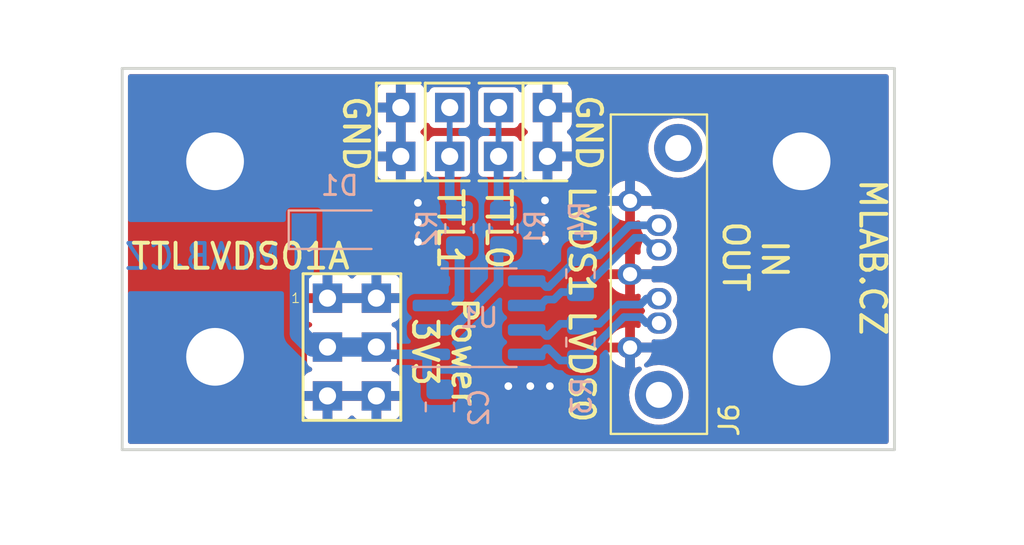
<source format=kicad_pcb>
(kicad_pcb (version 20211014) (generator pcbnew)
  (title_block (title "TTLLVDS01A") (date "2022-04-04") (company "Mlab www.mlab.cz") (comment 1 "VERSION") (comment 2 " TTL to LVDS or LVDS to TTL translating module. ") (comment 3 "kaklik <kaklik@mlab.cz>"))
  (layers (0 "F.Cu" signal) (31 "B.Cu" signal) (34 "B.Paste" user) (36 "B.SilkS" user "B.Silkscreen") (37 "F.SilkS" user "F.Silkscreen") (38 "B.Mask" user) (39 "F.Mask" user) (44 "Edge.Cuts" user))
  (net 0 "")
  (net 1 "GND")
  (net 2 "VCC")
  (net 3 "/1A")
  (net 4 "/2A")
  (net 5 "Net-(R1-Pad1)")
  (net 6 "Net-(R2-Pad1)")
  (net 7 "/1-")
  (net 8 "/1+")
  (net 9 "/2-")
  (net 10 "/2+")
  (footprint "Mlab_CON:SATA-7_THT_VERT_2" (layer "F.Cu") (at 152.7302 110.2106 -90)
    (fp_text reference "J6" (at 3.7626 -5.1554 -90) (layer "F.SilkS"))
    (fp_text value "SATA7-67491-1030" hide)
    (fp_line (start 4.49 1) (end -12.11 1) (layer "F.SilkS") (width 0.12))
    (fp_line (start 4.49 -4) (end 4.49 1) (layer "F.SilkS") (width 0.12))
    (fp_line (start -12.11 1) (end -12.11 -4) (layer "F.SilkS") (width 0.12))
    (fp_line (start -12.11 -4) (end 4.49 -4) (layer "F.SilkS") (width 0.12))
    (pad "1" thru_hole oval locked (at 0 0 270) (size 1.1 1.3) (drill 0.74) (layers *.Cu *.Mask) (net 1 "GND"))
    (pad "2" thru_hole oval locked (at -1.27 -1.5 270) (size 1.1 1.3) (drill 0.74) (layers *.Cu *.Mask) (net 8 "/1+"))
    (pad "3" thru_hole oval locked (at -2.54 -1.5 270) (size 1.1 1.3) (drill 0.74) (layers *.Cu *.Mask) (net 7 "/1-"))
    (pad "4" thru_hole oval locked (at -3.81 0 270) (size 1.1 1.3) (drill 0.74) (layers *.Cu *.Mask) (net 1 "GND"))
    (pad "5" thru_hole oval locked (at -5.08 -1.5 270) (size 1.1 1.3) (drill 0.74) (layers *.Cu *.Mask) (net 10 "/2+"))
    (pad "6" thru_hole oval locked (at -6.35 -1.5 270) (size 1.1 1.3) (drill 0.74) (layers *.Cu *.Mask) (net 9 "/2-"))
    (pad "7" thru_hole oval locked (at -7.62 0 270) (size 1.1 1.3) (drill 0.74) (layers *.Cu *.Mask) (net 1 "GND"))
    (pad "8" thru_hole circle locked (at -10.37 -2.5 270) (size 2.5 2.5) (drill 1.35) (layers *.Cu *.Mask))
    (pad "9" thru_hole circle locked (at 2.46 -1.5 270) (size 2.5 2.5) (drill 1.35) (layers *.Cu *.Mask))
  )
  (footprint "Mlab_Pin_Headers:Straight_2x03" (layer "F.Cu") (at 138.2776 110.1852)
    (fp_text reference "J1" hide)
    (fp_text value "JUMP_3X2" hide)
    (fp_text user "1" (at -2.921 -2.54) (layer "F.SilkS") (effects (font (size 0.5 0.5) (thickness 0.05))))
    (fp_line (start -2.54 3.81) (end -2.54 -3.81) (layer "F.SilkS") (width 0.15))
    (fp_line (start -2.54 -3.81) (end 2.54 -3.81) (layer "F.SilkS") (width 0.15))
    (fp_line (start 2.54 3.81) (end -2.54 3.81) (layer "F.SilkS") (width 0.15))
    (fp_line (start 2.54 -3.81) (end 2.54 3.81) (layer "F.SilkS") (width 0.15))
    (pad "1" thru_hole rect (at -1.27 -2.54) (size 1.524 1.524) (drill 0.889) (layers *.Cu *.Mask) (net 1 "GND"))
    (pad "2" thru_hole rect (at 1.27 -2.54) (size 1.524 1.524) (drill 0.889) (layers *.Cu *.Mask) (net 1 "GND"))
    (pad "3" thru_hole rect (at -1.27 0) (size 1.524 1.524) (drill 0.889) (layers *.Cu *.Mask) (net 2 "VCC"))
    (pad "4" thru_hole rect (at 1.27 0) (size 1.524 1.524) (drill 0.889) (layers *.Cu *.Mask) (net 2 "VCC"))
    (pad "5" thru_hole rect (at -1.27 2.54) (size 1.524 1.524) (drill 0.889) (layers *.Cu *.Mask) (net 1 "GND"))
    (pad "6" thru_hole rect (at 1.27 2.54) (size 1.524 1.524) (drill 0.889) (layers *.Cu *.Mask) (net 1 "GND"))
  )
  (footprint "Mlab_Pin_Headers:Straight_2x01" (layer "F.Cu") (at 145.8976 99.0092 90)
    (fp_text reference "J2" hide)
    (fp_text value "HEADER_2x01_PARALLEL" hide)
    (fp_line (start 2.54 1.27) (end -2.54 1.27) (layer "F.SilkS") (width 0.15))
    (fp_line (start -2.54 1.27) (end -2.54 -1.016) (layer "F.SilkS") (width 0.15))
    (fp_line (start 2.54 -1.016) (end 2.54 1.27) (layer "F.SilkS") (width 0.15))
    (pad "1" thru_hole rect (at -1.27 0 90) (size 1.524 1.524) (drill 0.889) (layers *.Cu *.Mask) (net 3 "/1A"))
    (pad "2" thru_hole rect (at 1.27 0 90) (size 1.524 1.524) (drill 0.889) (layers *.Cu *.Mask) (net 3 "/1A"))
  )
  (footprint "Mlab_Pin_Headers:Straight_2x01" (layer "F.Cu") (at 140.8176 99.0092 -90)
    (fp_text reference "J3" hide)
    (fp_text value "HEADER_2x01_PARALLEL" hide)
    (fp_line (start 2.54 1.27) (end -2.54 1.27) (layer "F.SilkS") (width 0.15))
    (fp_line (start -2.54 1.27) (end -2.54 -1.016) (layer "F.SilkS") (width 0.15))
    (fp_line (start 2.54 -1.016) (end 2.54 1.27) (layer "F.SilkS") (width 0.15))
    (pad "1" thru_hole rect (at -1.27 0 270) (size 1.524 1.524) (drill 0.889) (layers *.Cu *.Mask) (net 1 "GND"))
    (pad "2" thru_hole rect (at 1.27 0 270) (size 1.524 1.524) (drill 0.889) (layers *.Cu *.Mask) (net 1 "GND"))
  )
  (footprint "Mlab_Pin_Headers:Straight_2x01" (layer "F.Cu") (at 143.3576 99.0092 -90)
    (fp_text reference "J4" hide)
    (fp_text value "HEADER_2x01_PARALLEL" hide)
    (fp_line (start 2.54 1.27) (end -2.54 1.27) (layer "F.SilkS") (width 0.15))
    (fp_line (start 2.54 -1.016) (end 2.54 1.27) (layer "F.SilkS") (width 0.15))
    (fp_line (start -2.54 1.27) (end -2.54 -1.016) (layer "F.SilkS") (width 0.15))
    (pad "1" thru_hole rect (at -1.27 0 270) (size 1.524 1.524) (drill 0.889) (layers *.Cu *.Mask) (net 4 "/2A"))
    (pad "2" thru_hole rect (at 1.27 0 270) (size 1.524 1.524) (drill 0.889) (layers *.Cu *.Mask) (net 4 "/2A"))
  )
  (footprint "Mlab_Pin_Headers:Straight_2x01" (layer "F.Cu") (at 148.4376 99.0092 -90)
    (fp_text reference "J5" hide)
    (fp_text value "HEADER_2x01_PARALLEL" hide)
    (fp_line (start 2.54 -1.016) (end 2.54 1.27) (layer "F.SilkS") (width 0.15))
    (fp_line (start -2.54 1.27) (end -2.54 -1.016) (layer "F.SilkS") (width 0.15))
    (fp_line (start 2.54 1.27) (end -2.54 1.27) (layer "F.SilkS") (width 0.15))
    (pad "1" thru_hole rect (at -1.27 0 270) (size 1.524 1.524) (drill 0.889) (layers *.Cu *.Mask) (net 1 "GND"))
    (pad "2" thru_hole rect (at 1.27 0 270) (size 1.524 1.524) (drill 0.889) (layers *.Cu *.Mask) (net 1 "GND"))
  )
  (footprint "Mlab_Mechanical:MountingHole_3mm" (layer "F.Cu") (at 161.6456 100.5332)
    (fp_text reference "M1" hide)
    (fp_text value "HOLE" hide)
    (pad "1" thru_hole circle locked (at 0 0) (size 6 6) (drill 3) (layers *.Cu *.Adhes *.Mask) (net 1 "GND") (clearance 1))
  )
  (footprint "Mlab_Mechanical:MountingHole_3mm" (layer "F.Cu") (at 131.1656 110.6932)
    (fp_text reference "M2" hide)
    (fp_text value "HOLE" hide)
    (pad "1" thru_hole circle locked (at 0 0) (size 6 6) (drill 3) (layers *.Cu *.Adhes *.Mask) (net 1 "GND") (clearance 1))
  )
  (footprint "Mlab_Mechanical:MountingHole_3mm" (layer "F.Cu") (at 131.1656 100.5332)
    (fp_text reference "M3" hide)
    (fp_text value "HOLE" hide)
    (pad "1" thru_hole circle locked (at 0 0) (size 6 6) (drill 3) (layers *.Cu *.Adhes *.Mask) (net 1 "GND") (clearance 1))
  )
  (footprint "Mlab_Mechanical:MountingHole_3mm" (layer "F.Cu") (at 161.6456 110.6932)
    (fp_text reference "M4" hide)
    (fp_text value "HOLE" hide)
    (pad "1" thru_hole circle locked (at 0 0) (size 6 6) (drill 3) (layers *.Cu *.Adhes *.Mask) (net 1 "GND") (clearance 1))
  )
  (footprint "Package_SO:SOIC-8_3.9x4.9mm_P1.27mm" (layer "B.Cu") (at 144.8816 108.6612)
    (fp_text reference "U1" (at 0 0) (layer "B.SilkS") (effects (justify mirror)))
    (fp_text value "SN65LVDS9638D" hide)
    (fp_line (start 0 -2.56) (end 1.95 -2.56) (layer "B.SilkS") (width 0.12))
    (fp_line (start 0 2.56) (end 1.95 2.56) (layer "B.SilkS") (width 0.12))
    (fp_line (start 0 2.56) (end -3.45 2.56) (layer "B.SilkS") (width 0.12))
    (fp_line (start 0 -2.56) (end -1.95 -2.56) (layer "B.SilkS") (width 0.12))
    (pad "1" smd roundrect (at -2.475 1.905) (size 1.95 0.6) (layers "B.Cu" "B.Paste" "B.Mask") (net 2 "VCC"))
    (pad "2" smd roundrect (at -2.475 0.635) (size 1.95 0.6) (layers "B.Cu" "B.Paste" "B.Mask") (net 5 "Net-(R1-Pad1)"))
    (pad "3" smd roundrect (at -2.475 -0.635) (size 1.95 0.6) (layers "B.Cu" "B.Paste" "B.Mask") (net 6 "Net-(R2-Pad1)"))
    (pad "4" smd roundrect (at -2.475 -1.905) (size 1.95 0.6) (layers "B.Cu" "B.Paste" "B.Mask") (net 1 "GND"))
    (pad "5" smd roundrect (at 2.475 -1.905) (size 1.95 0.6) (layers "B.Cu" "B.Paste" "B.Mask") (net 9 "/2-"))
    (pad "6" smd roundrect (at 2.475 -0.635) (size 1.95 0.6) (layers "B.Cu" "B.Paste" "B.Mask") (net 10 "/2+"))
    (pad "7" smd roundrect (at 2.475 0.635) (size 1.95 0.6) (layers "B.Cu" "B.Paste" "B.Mask") (net 7 "/1-"))
    (pad "8" smd roundrect (at 2.475 1.905) (size 1.95 0.6) (layers "B.Cu" "B.Paste" "B.Mask") (net 8 "/1+"))
  )
  (footprint "Resistor_SMD:R_0805_2012Metric" (layer "B.Cu") (at 142.8496 113.2967 -90)
    (fp_text reference "C2" (at 0.0381 -2.032 90) (layer "B.SilkS") (effects (justify mirror)))
    (fp_text value "100nF" hide)
    (fp_line (start -0.227064 0.735) (end 0.227064 0.735) (layer "B.SilkS") (width 0.12))
    (fp_line (start -0.227064 -0.735) (end 0.227064 -0.735) (layer "B.SilkS") (width 0.12))
    (pad "1" smd roundrect (at -0.9125 0 270) (size 1.025 1.4) (layers "B.Cu" "B.Paste" "B.Mask") (roundrect_rratio 0.243902) (net 2 "VCC"))
    (pad "2" smd roundrect (at 0.9125 0 270) (size 1.025 1.4) (layers "B.Cu" "B.Paste" "B.Mask") (roundrect_rratio 0.243902) (net 1 "GND"))
  )
  (footprint "Diode_SMD:D_MiniMELF" (layer "B.Cu") (at 137.5436 104.0892)
    (fp_text reference "D1" (at 0.099 -2.286) (layer "B.SilkS") (effects (justify mirror)))
    (fp_text value "BZV55C-3,6V" hide)
    (fp_line (start -2.55 -1) (end 1.75 -1) (layer "B.SilkS") (width 0.12))
    (fp_line (start -2.55 1) (end -2.55 -1) (layer "B.SilkS") (width 0.12))
    (fp_line (start 1.75 1) (end -2.55 1) (layer "B.SilkS") (width 0.12))
    (pad "1" smd rect (at -1.75 0) (size 1.3 1.7) (layers "B.Cu" "B.Paste" "B.Mask") (net 2 "VCC"))
    (pad "2" smd rect (at 1.75 0) (size 1.3 1.7) (layers "B.Cu" "B.Paste" "B.Mask") (net 1 "GND"))
  )
  (footprint "Resistor_SMD:R_0805_2012Metric" (layer "B.Cu") (at 146.1516 104.0257 90)
    (fp_text reference "R1" (at 0 1.65 270) (layer "B.SilkS") (effects (justify mirror)))
    (fp_text value "33R" hide)
    (fp_line (start -0.227064 0.735) (end 0.227064 0.735) (layer "B.SilkS") (width 0.12))
    (fp_line (start -0.227064 -0.735) (end 0.227064 -0.735) (layer "B.SilkS") (width 0.12))
    (pad "1" smd roundrect (at -0.9125 0 90) (size 1.025 1.4) (layers "B.Cu" "B.Paste" "B.Mask") (roundrect_rratio 0.243902) (net 5 "Net-(R1-Pad1)"))
    (pad "2" smd roundrect (at 0.9125 0 90) (size 1.025 1.4) (layers "B.Cu" "B.Paste" "B.Mask") (roundrect_rratio 0.243902) (net 3 "/1A"))
  )
  (footprint "Resistor_SMD:R_0805_2012Metric" (layer "B.Cu") (at 143.8656 104.0257 90)
    (fp_text reference "R2" (at 0 -1.6764 270) (layer "B.SilkS") (effects (justify mirror)))
    (fp_text value "33R" hide)
    (fp_line (start -0.227064 0.735) (end 0.227064 0.735) (layer "B.SilkS") (width 0.12))
    (fp_line (start -0.227064 -0.735) (end 0.227064 -0.735) (layer "B.SilkS") (width 0.12))
    (pad "1" smd roundrect (at -0.9125 0 90) (size 1.025 1.4) (layers "B.Cu" "B.Paste" "B.Mask") (roundrect_rratio 0.243902) (net 6 "Net-(R2-Pad1)"))
    (pad "2" smd roundrect (at 0.9125 0 90) (size 1.025 1.4) (layers "B.Cu" "B.Paste" "B.Mask") (roundrect_rratio 0.243902) (net 4 "/2A"))
  )
  (footprint "Resistor_SMD:R_0805_2012Metric" (layer "B.Cu") (at 150.1521 109.9312 90)
    (fp_text reference "R3" (at -2.794 0.0635 270) (layer "B.SilkS") (effects (justify mirror)))
    (fp_text value "100" hide)
    (fp_line (start -0.227064 -0.735) (end 0.227064 -0.735) (layer "B.SilkS") (width 0.12))
    (fp_line (start -0.227064 0.735) (end 0.227064 0.735) (layer "B.SilkS") (width 0.12))
    (pad "1" smd roundrect (at -0.9125 0 90) (size 1.025 1.4) (layers "B.Cu" "B.Paste" "B.Mask") (roundrect_rratio 0.243902) (net 8 "/1+"))
    (pad "2" smd roundrect (at 0.9125 0 90) (size 1.025 1.4) (layers "B.Cu" "B.Paste" "B.Mask") (roundrect_rratio 0.243902) (net 7 "/1-"))
  )
  (footprint "Resistor_SMD:R_0805_2012Metric" (layer "B.Cu") (at 150.1521 106.3752 90)
    (fp_text reference "R4" (at 2.794 -0.0381 270) (layer "B.SilkS") (effects (justify mirror)))
    (fp_text value "100" hide)
    (fp_line (start -0.227064 -0.735) (end 0.227064 -0.735) (layer "B.SilkS") (width 0.12))
    (fp_line (start -0.227064 0.735) (end 0.227064 0.735) (layer "B.SilkS") (width 0.12))
    (pad "1" smd roundrect (at -0.9125 0 90) (size 1.025 1.4) (layers "B.Cu" "B.Paste" "B.Mask") (roundrect_rratio 0.243902) (net 10 "/2+"))
    (pad "2" smd roundrect (at 0.9125 0 90) (size 1.025 1.4) (layers "B.Cu" "B.Paste" "B.Mask") (roundrect_rratio 0.243902) (net 9 "/2-"))
  )
  (gr_line (start 126.3396 115.5192) (end 166.4716 115.5192) (layer "Edge.Cuts") (width 0.15))
  (gr_line (start 126.3396 115.5192) (end 126.3396 95.7072) (layer "Edge.Cuts") (width 0.15))
  (gr_line (start 166.4716 115.5192) (end 166.4716 95.7072) (layer "Edge.Cuts") (width 0.15))
  (gr_line (start 126.3396 95.7072) (end 166.4716 95.7072) (layer "Edge.Cuts") (width 0.15))
  (gr_text "MLAB.CZ" (at 130.5306 105.4862) (layer "B.Cu") (effects (font (size 1.3 1.3) (thickness 0.2)) (justify mirror)))
  (gr_text "TTL1" (at 143.3856 101.8232 270) (layer "F.SilkS") (effects (font (size 1.27 1.27) (thickness 0.2)) (justify left)))
  (gr_text "LVDS0" (at 150.2156 108.1532 270) (layer "F.SilkS") (effects (font (size 1.27 1.27) (thickness 0.2)) (justify left)))
  (gr_text "LVDS1" (at 150.2156 101.6762 270) (layer "F.SilkS") (effects (font (size 1.27 1.27) (thickness 0.2)) (justify left)))
  (gr_text "IN" (at 160.2486 105.6132 270) (layer "F.SilkS") (effects (font (size 1.27 1.27) (thickness 0.2))))
  (gr_text "OUT" (at 158.2166 105.4862 270) (layer "F.SilkS") (effects (font (size 1.27 1.27) (thickness 0.2))))
  (gr_text "MLAB.CZ" (at 165.3356 105.5232 270) (layer "F.SilkS") (effects (font (size 1.3 1.3) (thickness 0.2))))
  (gr_text "Power\n3V3" (at 143.1036 110.4392 270) (layer "F.SilkS") (effects (font (size 1.27 1.27) (thickness 0.2))))
  (gr_text "GND" (at 150.5856 96.9732 270) (layer "F.SilkS") (effects (font (size 1.27 1.27) (thickness 0.2)) (justify left)))
  (gr_text "TTL0" (at 145.8976 101.8232 270) (layer "F.SilkS") (effects (font (size 1.27 1.27) (thickness 0.2)) (justify left)))
  (gr_text "TTLLVDS01A" (at 132.4856 105.4732) (layer "F.SilkS") (effects (font (size 1.3 1.3) (thickness 0.2))))
  (gr_text "GND" (at 138.4856 97.0232 270) (layer "F.SilkS") (effects (font (size 1.27 1.27) (thickness 0.2)) (justify left)))
  (via (at 148.3106 104.5972) (size 0.8) (drill 0.4) (layers "F.Cu" "B.Cu") (net 1))
  (via (at 146.4056 112.2172) (size 0.8) (drill 0.4) (layers "F.Cu" "B.Cu") (net 1))
  (via (at 141.7066 103.7082) (size 0.8) (drill 0.4) (layers "F.Cu" "B.Cu") (net 1))
  (via (at 141.7066 104.7242) (size 0.8) (drill 0.4) (layers "F.Cu" "B.Cu") (net 1))
  (via (at 148.3106 102.5652) (size 0.8) (drill 0.4) (layers "F.Cu" "B.Cu") (net 1))
  (via (at 147.5486 112.2172) (size 0.8) (drill 0.4) (layers "F.Cu" "B.Cu") (net 1))
  (via (at 141.7066 102.6922) (size 0.8) (drill 0.4) (layers "F.Cu" "B.Cu") (net 1))
  (via (at 148.3106 103.5812) (size 0.8) (drill 0.4) (layers "F.Cu" "B.Cu") (net 1))
  (via (at 148.5646 112.2172) (size 0.8) (drill 0.4) (layers "F.Cu" "B.Cu") (net 1))
  (segment (start 136.2456 110.1852) (end 135.545599 109.485199) (width 1) (layer "B.Cu") (net 2))
  (segment (start 139.9286 110.5662) (end 139.5476 110.1852) (width 0.5) (layer "B.Cu") (net 2))
  (segment (start 142.1816 110.5662) (end 139.9286 110.5662) (width 0.5) (layer "B.Cu") (net 2))
  (segment (start 142.1816 111.6762) (end 142.8496 112.3442) (width 0.5) (layer "B.Cu") (net 2))
  (segment (start 139.5476 110.1852) (end 137.0076 110.1852) (width 1) (layer "B.Cu") (net 2))
  (segment (start 135.7936 106.183199) (end 135.545599 106.4312) (width 1) (layer "B.Cu") (net 2))
  (segment (start 135.545599 106.4312) (end 135.545599 109.485199) (width 1) (layer "B.Cu") (net 2))
  (segment (start 142.1816 110.5662) (end 142.1816 111.6762) (width 0.5) (layer "B.Cu") (net 2))
  (segment (start 137.0076 110.1852) (end 136.2456 110.1852) (width 1) (layer "B.Cu") (net 2))
  (segment (start 135.7936 104.0892) (end 135.7936 106.183199) (width 1) (layer "B.Cu") (net 2))
  (segment (start 145.8976 100.2792) (end 145.8976 102.8192) (width 0.5) (layer "B.Cu") (net 3))
  (segment (start 145.8976 97.7392) (end 145.8976 100.2792) (width 0.3) (layer "B.Cu") (net 3))
  (segment (start 145.8976 102.8192) (end 146.1516 103.0732) (width 0.5) (layer "B.Cu") (net 3))
  (segment (start 143.3576 102.5652) (end 143.8656 103.0732) (width 0.5) (layer "B.Cu") (net 4))
  (segment (start 143.3576 100.2792) (end 143.3576 102.5652) (width 0.5) (layer "B.Cu") (net 4))
  (segment (start 143.3576 97.7392) (end 143.3576 100.2792) (width 0.3) (layer "B.Cu") (net 4))
  (segment (start 145.8976 105.9227) (end 145.8976 104.9782) (width 0.5) (layer "B.Cu") (net 5))
  (segment (start 142.1816 109.2962) (end 143.4566 109.2962) (width 0.5) (layer "B.Cu") (net 5))
  (segment (start 143.4566 109.2962) (end 145.8976 106.8552) (width 0.5) (layer "B.Cu") (net 5))
  (segment (start 145.8976 106.8552) (end 145.8976 105.9227) (width 0.5) (layer "B.Cu") (net 5))
  (segment (start 142.1816 108.0262) (end 143.4566 108.0262) (width 0.5) (layer "B.Cu") (net 6))
  (segment (start 143.8656 107.6172) (end 143.8656 105.9227) (width 0.5) (layer "B.Cu") (net 6))
  (segment (start 143.4566 108.0262) (end 143.8656 107.6172) (width 0.5) (layer "B.Cu") (net 6))
  (segment (start 143.8656 105.9227) (end 143.8656 104.9782) (width 0.5) (layer "B.Cu") (net 6))
  (segment (start 148.0566 109.2962) (end 148.3666 109.6062) (width 0.4) (layer "B.Cu") (net 7))
  (segment (start 150.1521 108.9787) (end 151.137861 108.9787) (width 0.4) (layer "B.Cu") (net 7))
  (segment (start 152.135961 107.9806) (end 153.2702 107.9806) (width 0.4) (layer "B.Cu") (net 7))
  (segment (start 153.5802 107.6706) (end 154.2302 107.6706) (width 0.4) (layer "B.Cu") (net 7))
  (segment (start 149.104349 108.9787) (end 150.1521 108.9787) (width 0.4) (layer "B.Cu") (net 7))
  (segment (start 148.3666 109.6062) (end 148.476849 109.6062) (width 0.4) (layer "B.Cu") (net 7))
  (segment (start 148.476849 109.6062) (end 149.104349 108.9787) (width 0.4) (layer "B.Cu") (net 7))
  (segment (start 151.137861 108.9787) (end 152.135961 107.9806) (width 0.4) (layer "B.Cu") (net 7))
  (segment (start 153.2702 107.9806) (end 153.5802 107.6706) (width 0.4) (layer "B.Cu") (net 7))
  (segment (start 147.5816 109.2962) (end 148.0566 109.2962) (width 0.4) (layer "B.Cu") (net 7))
  (segment (start 148.476849 110.2562) (end 149.104349 110.8837) (width 0.4) (layer "B.Cu") (net 8))
  (segment (start 147.5816 110.5662) (end 148.0566 110.5662) (width 0.4) (layer "B.Cu") (net 8))
  (segment (start 153.5802 108.9406) (end 154.2302 108.9406) (width 0.4) (layer "B.Cu") (net 8))
  (segment (start 148.0566 110.5662) (end 148.3666 110.2562) (width 0.4) (layer "B.Cu") (net 8))
  (segment (start 150.1521 110.8837) (end 152.4052 108.6306) (width 0.4) (layer "B.Cu") (net 8))
  (segment (start 152.4052 108.6306) (end 153.2702 108.6306) (width 0.4) (layer "B.Cu") (net 8))
  (segment (start 153.2702 108.6306) (end 153.5802 108.9406) (width 0.4) (layer "B.Cu") (net 8))
  (segment (start 148.3666 110.2562) (end 148.476849 110.2562) (width 0.4) (layer "B.Cu") (net 8))
  (segment (start 149.104349 110.8837) (end 150.1521 110.8837) (width 0.4) (layer "B.Cu") (net 8))
  (segment (start 148.3666 107.0662) (end 148.5086 107.0662) (width 0.4) (layer "B.Cu") (net 9))
  (segment (start 152.699961 103.8606) (end 153.6102 103.8606) (width 0.4) (layer "B.Cu") (net 9))
  (segment (start 150.1521 105.4227) (end 151.137861 105.4227) (width 0.4) (layer "B.Cu") (net 9))
  (segment (start 148.5086 107.0662) (end 148.706719 106.868081) (width 0.4) (layer "B.Cu") (net 9))
  (segment (start 148.0566 106.7562) (end 148.3666 107.0662) (width 0.4) (layer "B.Cu") (net 9))
  (segment (start 151.137861 105.4227) (end 152.699961 103.8606) (width 0.4) (layer "B.Cu") (net 9))
  (segment (start 153.6102 103.8606) (end 154.2302 103.8606) (width 0.4) (layer "B.Cu") (net 9))
  (segment (start 148.706719 106.868081) (end 150.1521 105.4227) (width 0.4) (layer "B.Cu") (net 9))
  (segment (start 147.5816 106.7562) (end 148.0566 106.7562) (width 0.4) (layer "B.Cu") (net 9))
  (segment (start 152.9692 104.5106) (end 153.436683 104.5106) (width 0.4) (layer "B.Cu") (net 10))
  (segment (start 153.91021 104.81061) (end 154.2302 105.1306) (width 0.4) (layer "B.Cu") (net 10))
  (segment (start 150.1521 107.3277) (end 152.9692 104.5106) (width 0.4) (layer "B.Cu") (net 10))
  (segment (start 147.5816 108.0262) (end 148.0566 108.0262) (width 0.4) (layer "B.Cu") (net 10))
  (segment (start 149.166339 107.3277) (end 150.1521 107.3277) (width 0.4) (layer "B.Cu") (net 10))
  (segment (start 148.0566 108.0262) (end 148.3666 107.7162) (width 0.4) (layer "B.Cu") (net 10))
  (segment (start 148.3666 107.7162) (end 148.777839 107.7162) (width 0.4) (layer "B.Cu") (net 10))
  (segment (start 153.436683 104.5106) (end 153.736693 104.81061) (width 0.4) (layer "B.Cu") (net 10))
  (segment (start 153.736693 104.81061) (end 153.91021 104.81061) (width 0.4) (layer "B.Cu") (net 10))
  (segment (start 148.777839 107.7162) (end 149.166339 107.3277) (width 0.4) (layer "B.Cu") (net 10))
  (zone (net 1) (net_name "GND") (layer "F.Cu") (connect_pads thru_hole_only (clearance 0.3)) (min_thickness 0.254) (fill yes (thermal_gap 0.508) (thermal_bridge_width 0.508))
    (polygon (pts (xy 123.1646 92.2782) (xy 172.0596 92.1512) (xy 173.2026 119.5832) (xy 119.9896 120.4722) (xy 123.2916 92.2782)))
  )
  (zone (net 1) (net_name "GND") (layer "B.Cu") (connect_pads thru_hole_only (clearance 0.3)) (min_thickness 0.254) (fill yes (thermal_gap 0.508) (thermal_bridge_width 0.508))
    (polygon (pts (xy 125.476 94.8944) (xy 167.6908 94.9452) (xy 167.64 116.84) (xy 125.476 116.7892)))
  )
)
</source>
